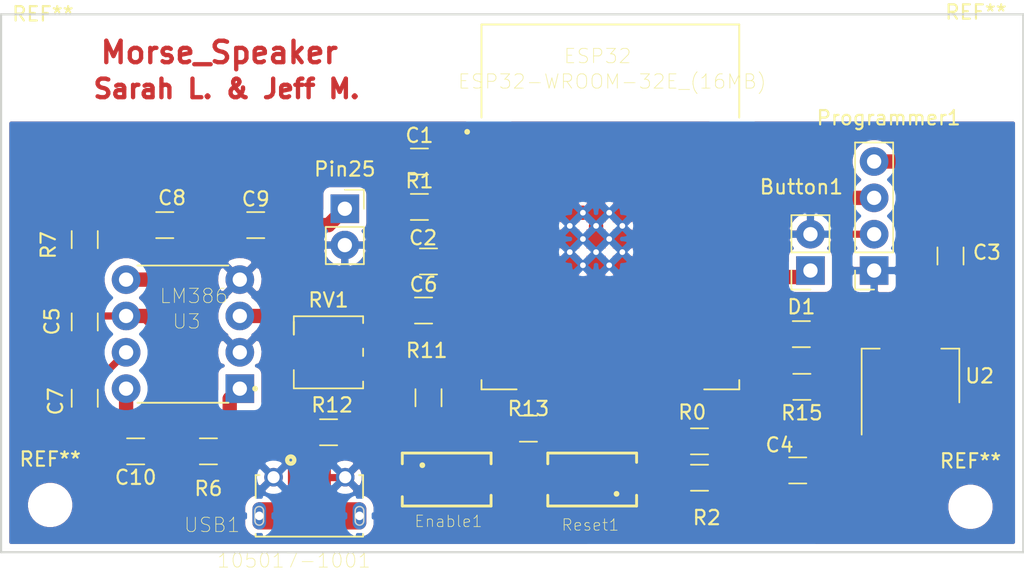
<source format=kicad_pcb>
(kicad_pcb (version 20171130) (host pcbnew "(5.1.5)-3")
  (layers (0 F.Cu signal) (31 B.Cu signal) (34 B.Paste user hide) (35 F.Paste user) (36 B.SilkS user) (37 F.SilkS user) (38 B.Mask user) (39 F.Mask user) (44 Edge.Cuts user))
  (net 0 "")
  (net 1 GND)
  (net 2 Vdd)
  (net 3 "Net-(C2-Pad1)")
  (net 4 "Net-(ESP32-Pad14)")
  (net 5 "Net-(ESP32-Pad13)")
  (net 6 "Net-(ESP32-Pad12)")
  (net 7 "Net-(ESP32-Pad11)")
  (net 8 "Net-(ESP32-Pad9)")
  (net 9 "Net-(ESP32-Pad8)")
  (net 10 "Net-(ESP32-Pad7)")
  (net 11 "Net-(ESP32-Pad6)")
  (net 12 "Net-(ESP32-Pad5)")
  (net 13 "Net-(ESP32-Pad4)")
  (net 14 "Net-(ESP32-Pad25)")
  (net 15 "Net-(ESP32-Pad26)")
  (net 16 "Net-(ESP32-Pad27)")
  (net 17 "Net-(ESP32-Pad29)")
  (net 18 "Net-(ESP32-Pad31)")
  (net 19 "Net-(ESP32-Pad33)")
  (net 20 "Net-(ESP32-Pad34)")
  (net 21 "Net-(ESP32-Pad35)")
  (net 22 "Net-(ESP32-Pad36)")
  (net 23 "Net-(ESP32-Pad37)")
  (net 24 "Net-(ESP32-Pad23)")
  (net 25 "Net-(ESP32-Pad24)")
  (net 26 "Net-(ESP32-Pad17)")
  (net 27 "Net-(ESP32-Pad16)")
  (net 28 "Net-(USB1-Pad3)")
  (net 29 "Net-(USB1-Pad4)")
  (net 30 "Net-(ESP32-Pad32)")
  (net 31 V5)
  (net 32 I|O)
  (net 33 "Net-(C6-Pad1)")
  (net 34 "Net-(C7-Pad1)")
  (net 35 "Net-(C8-Pad2)")
  (net 36 "Net-(C8-Pad1)")
  (net 37 "Net-(C9-Pad2)")
  (net 38 "Net-(C10-Pad2)")
  (net 39 "Net-(C10-Pad1)")
  (net 40 "Net-(R6-Pad1)")
  (net 41 "Net-(RV1-Pad2)")
  (net 42 "Net-(R0-Pad2)")
  (net 43 "Net-(R12-Pad1)")
  (net 44 V5_direct)
  (net 45 "Net-(Button1-Pad1)")
  (net 46 "Net-(Enable1-Pad1)")
  (net 47 "Net-(USB1-Pad2)")
  (net 48 "Net-(D1-Pad2)")
  (net 49 "Net-(D1-Pad1)")
  (module Package_TO_SOT_SMD:SOT-223-3_TabPin2 (layer F.Cu) (at 152.4 93.726 90)
    (fp_text reference U2 (at 0 4.826 180) (layer F.SilkS))
    (fp_text value AMS1117-3.3)
    (fp_line (start 1.91 3.41) (end 1.91 2.15) (layer F.SilkS) (width 0.12))
    (fp_line (start 1.91 -3.41) (end 1.91 -2.15) (layer F.SilkS) (width 0.12))
    (fp_line (start -1.85 3.41) (end 1.91 3.41) (layer F.SilkS) (width 0.12))
    (fp_line (start -4.1 -3.41) (end 1.91 -3.41) (layer F.SilkS) (width 0.12))
    (pad 2 smd rect (at 3.15 0 90) (size 2 3.8) (layers F.Cu F.Paste F.Mask) (net 2 Vdd))
    (pad 2 smd rect (at -3.15 0 90) (size 2 1.5) (layers F.Cu F.Paste F.Mask) (net 2 Vdd))
    (pad 3 smd rect (at -3.15 2.3 90) (size 2 1.5) (layers F.Cu F.Paste F.Mask) (net 31 V5))
    (pad 1 smd rect (at -3.15 -2.3 90) (size 2 1.5) (layers F.Cu F.Paste F.Mask) (net 1 GND))
  )
  (module Potentiometer_SMD:Potentiometer_Bourns_3224G_Horizontal (layer F.Cu) (at 111.76 92.075)
    (fp_text reference RV1 (at 0 -3.65) (layer F.SilkS))
    (fp_text value 10k)
    (fp_line (start -2.42 -2.14) (end -2.42 -1.24) (layer F.SilkS) (width 0.12))
    (fp_line (start -2.42 -2.14) (end -2.42 -1.24) (layer F.SilkS) (width 0.12))
    (fp_line (start -2.42 -2.14) (end -2.42 -2.14) (layer F.SilkS) (width 0.12))
    (fp_line (start 2.42 2.04) (end 2.42 2.52) (layer F.SilkS) (width 0.12))
    (fp_line (start 2.42 -0.26) (end 2.42 0.26) (layer F.SilkS) (width 0.12))
    (fp_line (start 2.42 -2.52) (end 2.42 -2.04) (layer F.SilkS) (width 0.12))
    (fp_line (start -2.42 1.24) (end -2.42 2.52) (layer F.SilkS) (width 0.12))
    (fp_line (start -2.42 -2.52) (end -2.42 -1.24) (layer F.SilkS) (width 0.12))
    (fp_line (start -2.42 2.52) (end 2.42 2.52) (layer F.SilkS) (width 0.12))
    (fp_line (start -2.42 -2.52) (end 2.42 -2.52) (layer F.SilkS) (width 0.12))
    (pad 3 smd rect (at 2.6 1.15) (size 1.3 1.3) (layers F.Cu F.Paste F.Mask) (net 1 GND))
    (pad 2 smd rect (at -2.6 0) (size 1.3 2) (layers F.Cu F.Paste F.Mask) (net 41 "Net-(RV1-Pad2)"))
    (pad 1 smd rect (at 2.6 -1.15) (size 1.3 1.3) (layers F.Cu F.Paste F.Mask) (net 33 "Net-(C6-Pad1)"))
  )
  (module MountingHole:MountingHole_2.1mm (layer F.Cu) (at 92.329 102.743)
    (fp_text reference REF** (at 0 -3.2) (layer F.SilkS))
    (fp_text value MountingHole_2.1mm)
    (pad "" np_thru_hole circle (at 0 0) (size 2.1 2.1) (drill 2.1) (layers *.Cu *.Mask))
  )
  (module MountingHole:MountingHole_2.1mm (layer F.Cu) (at 91.821 71.628)
    (fp_text reference REF** (at 0 -3.2) (layer F.SilkS))
    (fp_text value MountingHole_2.1mm)
    (pad "" np_thru_hole circle (at 0 0) (size 2.1 2.1) (drill 2.1) (layers *.Cu *.Mask))
  )
  (module MountingHole:MountingHole_2.1mm (layer F.Cu) (at 156.972 71.501)
    (fp_text reference REF** (at 0 -3.2) (layer F.SilkS))
    (fp_text value MountingHole_2.1mm)
    (pad "" np_thru_hole circle (at 0 0) (size 2.1 2.1) (drill 2.1) (layers *.Cu *.Mask))
  )
  (module MountingHole:MountingHole_2.1mm (layer F.Cu) (at 156.591 102.87)
    (fp_text reference REF** (at 0 -3.2) (layer F.SilkS))
    (fp_text value MountingHole_2.1mm)
    (pad "" np_thru_hole circle (at 0 0) (size 2.1 2.1) (drill 2.1) (layers *.Cu *.Mask))
  )
  (module Schakelaar_434111043826:434111043826 (layer F.Cu) (at 130.175 100.965 180)
    (fp_text reference Reset1 (at 0.127 -3.175) (layer F.SilkS) (effects (font (size 0.8 0.8) (thickness 0.05))))
    (fp_text value 0 hide)
    (fp_circle (center -1.7 -1) (end -1.6 -1) (layer F.SilkS) (width 0.2))
    (fp_line (start 3.1 1.85) (end 3.1 1.1) (layer F.SilkS) (width 0.2))
    (fp_line (start -3.1 1.85) (end 3.1 1.85) (layer F.SilkS) (width 0.2))
    (fp_line (start -3.1 1.2) (end -3.1 1.85) (layer F.SilkS) (width 0.2))
    (fp_line (start 3.1 -1.85) (end 3.1 -1.1) (layer F.SilkS) (width 0.2))
    (fp_line (start -3.1 -1.85) (end 3.1 -1.85) (layer F.SilkS) (width 0.2))
    (fp_line (start -3.1 -1.1) (end -3.1 -1.85) (layer F.SilkS) (width 0.2))
    (pad 1 smd rect (at -3.35 0 180) (size 2.3 1.5) (layers F.Cu F.Paste F.Mask) (net 14 "Net-(ESP32-Pad25)"))
    (pad 2 smd rect (at 3.35 0 180) (size 2.3 1.5) (layers F.Cu F.Paste F.Mask) (net 1 GND))
  )
  (module "ESP32-WROOM-32E__16MB_:MODULE_ESP32-WROOM-32E_(16MB)" (layer F.Cu) (at 131.445 81.915)
    (fp_text reference ESP32 (at -0.889 -10.541) (layer F.SilkS) (effects (font (thickness 0.05))))
    (fp_text value "ESP32-WROOM-32E_(16MB)" (at 0.127 -8.763) (layer F.SilkS) (effects (font (thickness 0.05))))
    (fp_circle (center -10 -5.25) (end -9.9 -5.25) (layer F.SilkS) (width 0.2))
    (fp_line (start -9 12.1) (end -9 12.75) (layer F.SilkS) (width 0.127))
    (fp_line (start -9 12.75) (end -6.55 12.75) (layer F.SilkS) (width 0.127))
    (fp_line (start 6.55 12.75) (end 9 12.75) (layer F.SilkS) (width 0.127))
    (fp_line (start 9 12.75) (end 9 12.1) (layer F.SilkS) (width 0.127))
    (fp_line (start -9 -6.25) (end -9 -12.75) (layer F.SilkS) (width 0.127))
    (fp_line (start -9 -12.75) (end 9 -12.75) (layer F.SilkS) (width 0.127))
    (fp_line (start 9 -12.75) (end 9 -6.25) (layer F.SilkS) (width 0.127))
    (pad 1 smd rect (at -8.5 -5.26) (size 2 0.9) (layers F.Cu F.Paste F.Mask) (net 1 GND))
    (pad 2 smd rect (at -8.5 -3.99) (size 2 0.9) (layers F.Cu F.Paste F.Mask) (net 2 Vdd))
    (pad 3 smd rect (at -8.5 -2.72) (size 2 0.9) (layers F.Cu F.Paste F.Mask) (net 3 "Net-(C2-Pad1)"))
    (pad 4 smd rect (at -8.5 -1.45) (size 2 0.9) (layers F.Cu F.Paste F.Mask) (net 13 "Net-(ESP32-Pad4)"))
    (pad 5 smd rect (at -8.5 -0.18) (size 2 0.9) (layers F.Cu F.Paste F.Mask) (net 12 "Net-(ESP32-Pad5)"))
    (pad 6 smd rect (at -8.5 1.09) (size 2 0.9) (layers F.Cu F.Paste F.Mask) (net 11 "Net-(ESP32-Pad6)"))
    (pad 7 smd rect (at -8.5 2.36) (size 2 0.9) (layers F.Cu F.Paste F.Mask) (net 10 "Net-(ESP32-Pad7)"))
    (pad 8 smd rect (at -8.5 3.63) (size 2 0.9) (layers F.Cu F.Paste F.Mask) (net 9 "Net-(ESP32-Pad8)"))
    (pad 9 smd rect (at -8.5 4.9) (size 2 0.9) (layers F.Cu F.Paste F.Mask) (net 8 "Net-(ESP32-Pad9)"))
    (pad 10 smd rect (at -8.5 6.17) (size 2 0.9) (layers F.Cu F.Paste F.Mask) (net 32 I|O))
    (pad 11 smd rect (at -8.5 7.44) (size 2 0.9) (layers F.Cu F.Paste F.Mask) (net 7 "Net-(ESP32-Pad11)"))
    (pad 12 smd rect (at -8.5 8.71) (size 2 0.9) (layers F.Cu F.Paste F.Mask) (net 6 "Net-(ESP32-Pad12)"))
    (pad 13 smd rect (at -8.5 9.98) (size 2 0.9) (layers F.Cu F.Paste F.Mask) (net 5 "Net-(ESP32-Pad13)"))
    (pad 14 smd rect (at -8.5 11.25) (size 2 0.9) (layers F.Cu F.Paste F.Mask) (net 4 "Net-(ESP32-Pad14)"))
    (pad 15 smd rect (at -5.715 12.25) (size 0.9 2) (layers F.Cu F.Paste F.Mask) (net 1 GND))
    (pad 16 smd rect (at -4.445 12.25) (size 0.9 2) (layers F.Cu F.Paste F.Mask) (net 27 "Net-(ESP32-Pad16)"))
    (pad 17 smd rect (at -3.175 12.25) (size 0.9 2) (layers F.Cu F.Paste F.Mask) (net 26 "Net-(ESP32-Pad17)"))
    (pad 18 smd rect (at -1.905 12.25) (size 0.9 2) (layers F.Cu F.Paste F.Mask) (net 26 "Net-(ESP32-Pad17)"))
    (pad 19 smd rect (at -0.635 12.25) (size 0.9 2) (layers F.Cu F.Paste F.Mask) (net 26 "Net-(ESP32-Pad17)"))
    (pad 20 smd rect (at 0.635 12.25) (size 0.9 2) (layers F.Cu F.Paste F.Mask) (net 26 "Net-(ESP32-Pad17)"))
    (pad 21 smd rect (at 1.905 12.25) (size 0.9 2) (layers F.Cu F.Paste F.Mask) (net 26 "Net-(ESP32-Pad17)"))
    (pad 22 smd rect (at 3.175 12.25) (size 0.9 2) (layers F.Cu F.Paste F.Mask) (net 26 "Net-(ESP32-Pad17)"))
    (pad 23 smd rect (at 4.445 12.25) (size 0.9 2) (layers F.Cu F.Paste F.Mask) (net 24 "Net-(ESP32-Pad23)"))
    (pad 24 smd rect (at 5.715 12.25) (size 0.9 2) (layers F.Cu F.Paste F.Mask) (net 25 "Net-(ESP32-Pad24)"))
    (pad 25 smd rect (at 8.5 11.25) (size 2 0.9) (layers F.Cu F.Paste F.Mask) (net 14 "Net-(ESP32-Pad25)"))
    (pad 26 smd rect (at 8.5 9.98) (size 2 0.9) (layers F.Cu F.Paste F.Mask) (net 15 "Net-(ESP32-Pad26)"))
    (pad 27 smd rect (at 8.5 8.71) (size 2 0.9) (layers F.Cu F.Paste F.Mask) (net 16 "Net-(ESP32-Pad27)"))
    (pad 28 smd rect (at 8.5 7.44) (size 2 0.9) (layers F.Cu F.Paste F.Mask) (net 48 "Net-(D1-Pad2)"))
    (pad 29 smd rect (at 8.5 6.17) (size 2 0.9) (layers F.Cu F.Paste F.Mask) (net 17 "Net-(ESP32-Pad29)"))
    (pad 30 smd rect (at 8.5 4.9) (size 2 0.9) (layers F.Cu F.Paste F.Mask) (net 45 "Net-(Button1-Pad1)"))
    (pad 31 smd rect (at 8.5 3.63) (size 2 0.9) (layers F.Cu F.Paste F.Mask) (net 18 "Net-(ESP32-Pad31)"))
    (pad 32 smd rect (at 8.5 2.36) (size 2 0.9) (layers F.Cu F.Paste F.Mask) (net 30 "Net-(ESP32-Pad32)"))
    (pad 33 smd rect (at 8.5 1.09) (size 2 0.9) (layers F.Cu F.Paste F.Mask) (net 19 "Net-(ESP32-Pad33)"))
    (pad 34 smd rect (at 8.5 -0.18) (size 2 0.9) (layers F.Cu F.Paste F.Mask) (net 20 "Net-(ESP32-Pad34)"))
    (pad 35 smd rect (at 8.5 -1.45) (size 2 0.9) (layers F.Cu F.Paste F.Mask) (net 21 "Net-(ESP32-Pad35)"))
    (pad 36 smd rect (at 8.5 -2.72) (size 2 0.9) (layers F.Cu F.Paste F.Mask) (net 22 "Net-(ESP32-Pad36)"))
    (pad 37 smd rect (at 8.5 -3.99) (size 2 0.9) (layers F.Cu F.Paste F.Mask) (net 23 "Net-(ESP32-Pad37)"))
    (pad 38 smd rect (at 8.5 -5.26) (size 2 0.9) (layers F.Cu F.Paste F.Mask) (net 1 GND))
    (pad 39_1 smd rect (at -2.835 0.405) (size 1.33 1.33) (layers F.Cu F.Paste) (net 1 GND))
    (pad 39_2 smd rect (at -1 0.405) (size 1.33 1.33) (layers F.Cu F.Paste) (net 1 GND))
    (pad 39_3 smd rect (at 0.835 0.405) (size 1.33 1.33) (layers F.Cu F.Paste) (net 1 GND))
    (pad 39_4 smd rect (at -2.835 2.24) (size 1.33 1.33) (layers F.Cu F.Paste) (net 1 GND))
    (pad 39_5 smd rect (at -1 2.24) (size 1.33 1.33) (layers F.Cu F.Paste) (net 1 GND))
    (pad 39_6 smd rect (at 0.835 2.24) (size 1.33 1.33) (layers F.Cu F.Paste) (net 1 GND))
    (pad 39_7 smd rect (at -2.835 4.075) (size 1.33 1.33) (layers F.Cu F.Paste) (net 1 GND))
    (pad 39_8 smd rect (at -1 4.075) (size 1.33 1.33) (layers F.Cu F.Paste) (net 1 GND))
    (pad 39_9 smd rect (at 0.835 4.075) (size 1.33 1.33) (layers F.Cu F.Paste) (net 1 GND))
    (pad 39_10 thru_hole circle (at -1.9175 0.405) (size 0.5 0.5) (drill 0.4) (layers *.Cu *.Mask) (net 1 GND))
    (pad 39_11 thru_hole circle (at -0.0825 0.405) (size 0.5 0.5) (drill 0.4) (layers *.Cu *.Mask) (net 1 GND))
    (pad 39_12 thru_hole circle (at -2.835 1.3225) (size 0.5 0.5) (drill 0.4) (layers *.Cu *.Mask) (net 1 GND))
    (pad 39_13 thru_hole circle (at -1 1.3225) (size 0.5 0.5) (drill 0.4) (layers *.Cu *.Mask) (net 1 GND))
    (pad 39_14 thru_hole circle (at 0.835 1.3225) (size 0.5 0.5) (drill 0.4) (layers *.Cu *.Mask) (net 1 GND))
    (pad 39_15 thru_hole circle (at -1.9175 2.24) (size 0.5 0.5) (drill 0.4) (layers *.Cu *.Mask) (net 1 GND))
    (pad 39_16 thru_hole circle (at -0.0825 2.24) (size 0.5 0.5) (drill 0.4) (layers *.Cu *.Mask) (net 1 GND))
    (pad 39_17 thru_hole circle (at -2.835 3.1575) (size 0.5 0.5) (drill 0.4) (layers *.Cu *.Mask) (net 1 GND))
    (pad 39_18 thru_hole circle (at -1 3.1575) (size 0.5 0.5) (drill 0.4) (layers *.Cu *.Mask) (net 1 GND))
    (pad 39_19 thru_hole circle (at 0.835 3.1575) (size 0.5 0.5) (drill 0.4) (layers *.Cu *.Mask) (net 1 GND))
    (pad 39_20 thru_hole circle (at -1.9175 4.075) (size 0.5 0.5) (drill 0.4) (layers *.Cu *.Mask) (net 1 GND))
    (pad 39_21 thru_hole circle (at -0.0825 4.075) (size 0.5 0.5) (drill 0.4) (layers *.Cu *.Mask) (net 1 GND))
  )
  (module Connector_PinSocket_2.54mm:PinSocket_1x04_P2.54mm_Vertical (layer F.Cu) (at 149.86 86.36 180)
    (fp_text reference Programmer1 (at -1.016 10.668 180) (layer F.SilkS))
    (fp_text value Conn_01x04_Female)
    (fp_line (start -1.33 1.27) (end 1.33 1.27) (layer F.SilkS) (width 0.12))
    (fp_line (start -1.33 1.27) (end -1.33 8.95) (layer F.SilkS) (width 0.12))
    (fp_line (start -1.33 8.95) (end 1.33 8.95) (layer F.SilkS) (width 0.12))
    (fp_line (start 1.33 1.27) (end 1.33 8.95) (layer F.SilkS) (width 0.12))
    (fp_line (start 1.33 -1.33) (end 1.33 0) (layer F.SilkS) (width 0.12))
    (fp_line (start 0 -1.33) (end 1.33 -1.33) (layer F.SilkS) (width 0.12))
    (pad 1 thru_hole rect (at 0 0 180) (size 2 2) (drill 1) (layers *.Cu *.Mask) (net 1 GND))
    (pad 2 thru_hole oval (at 0 2.54 180) (size 2 2) (drill 1) (layers *.Cu *.Mask) (net 20 "Net-(ESP32-Pad34)"))
    (pad 3 thru_hole oval (at 0 5.08 180) (size 2 2) (drill 1) (layers *.Cu *.Mask) (net 21 "Net-(ESP32-Pad35)"))
    (pad 4 thru_hole oval (at 0 7.62 180) (size 2 2) (drill 1) (layers *.Cu *.Mask) (net 2 Vdd))
  )
  (module Resistor_SMD:R_1206_3216Metric_Pad1.42x1.75mm_HandSolder (layer F.Cu) (at 137.668 98.298)
    (fp_text reference R0 (at -0.508 -2.032) (layer F.SilkS))
    (fp_text value 0)
    (fp_line (start -0.602064 0.91) (end 0.602064 0.91) (layer F.SilkS) (width 0.12))
    (fp_line (start -0.602064 -0.91) (end 0.602064 -0.91) (layer F.SilkS) (width 0.12))
    (pad 2 smd roundrect (at 1.4875 0) (size 1.425 1.75) (layers F.Cu F.Paste F.Mask) (roundrect_rratio 0.175439) (net 42 "Net-(R0-Pad2)"))
    (pad 1 smd roundrect (at -1.4875 0) (size 1.425 1.75) (layers F.Cu F.Paste F.Mask) (roundrect_rratio 0.175439) (net 2 Vdd))
  )
  (module Resistor_SMD:R_1206_3216Metric_Pad1.42x1.75mm_HandSolder (layer F.Cu) (at 125.721 97.409 180)
    (fp_text reference R13 (at 0 1.397) (layer F.SilkS))
    (fp_text value 0)
    (fp_line (start -0.602064 0.91) (end 0.602064 0.91) (layer F.SilkS) (width 0.12))
    (fp_line (start -0.602064 -0.91) (end 0.602064 -0.91) (layer F.SilkS) (width 0.12))
    (pad 2 smd roundrect (at 1.4875 0 180) (size 1.425 1.75) (layers F.Cu F.Paste F.Mask) (roundrect_rratio 0.175439) (net 43 "Net-(R12-Pad1)"))
    (pad 1 smd roundrect (at -1.4875 0 180) (size 1.425 1.75) (layers F.Cu F.Paste F.Mask) (roundrect_rratio 0.175439) (net 31 V5))
  )
  (module Schakelaar_434111043826:434111043826 (layer F.Cu) (at 120.015 100.965)
    (fp_text reference Enable1 (at 0.127 2.921) (layer F.SilkS) (effects (font (size 0.8 0.8) (thickness 0.05))))
    (fp_text value 434111043826)
    (fp_line (start -3.1 -1.1) (end -3.1 -1.85) (layer F.SilkS) (width 0.2))
    (fp_line (start -3.1 -1.85) (end 3.1 -1.85) (layer F.SilkS) (width 0.2))
    (fp_line (start 3.1 -1.85) (end 3.1 -1.1) (layer F.SilkS) (width 0.2))
    (fp_line (start -3.1 1.2) (end -3.1 1.85) (layer F.SilkS) (width 0.2))
    (fp_line (start -3.1 1.85) (end 3.1 1.85) (layer F.SilkS) (width 0.2))
    (fp_line (start 3.1 1.85) (end 3.1 1.1) (layer F.SilkS) (width 0.2))
    (fp_circle (center -1.7 -1) (end -1.6 -1) (layer F.SilkS) (width 0.2))
    (pad 2 smd rect (at 3.35 0) (size 2.3 1.5) (layers F.Cu F.Paste F.Mask) (net 1 GND))
    (pad 1 smd rect (at -3.35 0) (size 2.3 1.5) (layers F.Cu F.Paste F.Mask) (net 46 "Net-(Enable1-Pad1)"))
  )
  (module Connector_PinSocket_2.54mm:PinSocket_1x02_P2.54mm_Vertical (layer F.Cu) (at 145.415 86.36 180)
    (fp_text reference Button1 (at 0.635 5.842) (layer F.SilkS))
    (fp_text value Conn_01x02_Female)
    (fp_line (start -1.33 1.27) (end 1.33 1.27) (layer F.SilkS) (width 0.12))
    (fp_line (start -1.33 1.27) (end -1.33 3.87) (layer F.SilkS) (width 0.12))
    (fp_line (start -1.33 3.87) (end 1.33 3.87) (layer F.SilkS) (width 0.12))
    (fp_line (start 1.33 1.27) (end 1.33 3.87) (layer F.SilkS) (width 0.12))
    (fp_line (start 1.33 -1.33) (end 1.33 0) (layer F.SilkS) (width 0.12))
    (fp_line (start 0 -1.33) (end 1.33 -1.33) (layer F.SilkS) (width 0.12))
    (pad 1 thru_hole rect (at 0 0 180) (size 2 2) (drill 1) (layers *.Cu *.Mask) (net 45 "Net-(Button1-Pad1)"))
    (pad 2 thru_hole oval (at 0 2.54 180) (size 2 2) (drill 1) (layers *.Cu *.Mask) (net 1 GND))
  )
  (module Capacitor_SMD:C_1206_3216Metric_Pad1.42x1.75mm_HandSolder (layer F.Cu) (at 94.742 95.2865 270)
    (fp_text reference C7 (at 0.2175 2.032 90) (layer F.SilkS))
    (fp_text value 10uF)
    (fp_line (start -0.602064 0.91) (end 0.602064 0.91) (layer F.SilkS) (width 0.12))
    (fp_line (start -0.602064 -0.91) (end 0.602064 -0.91) (layer F.SilkS) (width 0.12))
    (pad 2 smd roundrect (at 1.4875 0 270) (size 1.425 1.75) (layers F.Cu F.Paste F.Mask) (roundrect_rratio 0.175439) (net 1 GND))
    (pad 1 smd roundrect (at -1.4875 0 270) (size 1.425 1.75) (layers F.Cu F.Paste F.Mask) (roundrect_rratio 0.175439) (net 34 "Net-(C7-Pad1)"))
  )
  (module LM386N-4_NOPB:DIP794W45P254L959H508Q8 (layer F.Cu) (at 101.6 90.805 180)
    (fp_text reference U3 (at -0.254 0.889 180) (layer F.SilkS) (effects (font (thickness 0.05))))
    (fp_text value LM386 (at -0.762 2.667 180) (layer F.SilkS) (effects (font (thickness 0.05))))
    (fp_circle (center -5.035 -3.81) (end -4.935 -3.81) (layer F.SilkS) (width 0.2))
    (fp_line (start -3.175 -4.795) (end 3.175 -4.795) (layer F.SilkS) (width 0.127))
    (fp_line (start -3.175 4.795) (end 3.175 4.795) (layer F.SilkS) (width 0.127))
    (pad 1 thru_hole rect (at -3.97 -3.81 180) (size 2 2) (drill 1) (layers *.Cu *.Mask) (net 40 "Net-(R6-Pad1)"))
    (pad 2 thru_hole circle (at -3.97 -1.27 180) (size 2 2) (drill 1) (layers *.Cu *.Mask) (net 1 GND))
    (pad 3 thru_hole circle (at -3.97 1.27 180) (size 2 2) (drill 1) (layers *.Cu *.Mask) (net 41 "Net-(RV1-Pad2)"))
    (pad 4 thru_hole circle (at -3.97 3.81 180) (size 2 2) (drill 1) (layers *.Cu *.Mask) (net 1 GND))
    (pad 5 thru_hole circle (at 3.97 3.81 180) (size 2 2) (drill 1) (layers *.Cu *.Mask) (net 36 "Net-(C8-Pad1)"))
    (pad 6 thru_hole circle (at 3.97 1.27 180) (size 2 2) (drill 1) (layers *.Cu *.Mask) (net 44 V5_direct))
    (pad 7 thru_hole circle (at 3.97 -1.27 180) (size 2 2) (drill 1) (layers *.Cu *.Mask) (net 34 "Net-(C7-Pad1)"))
    (pad 8 thru_hole circle (at 3.97 -3.81 180) (size 2 2) (drill 1) (layers *.Cu *.Mask) (net 38 "Net-(C10-Pad2)"))
  )
  (module MicroUSB_105017-1001:MOLEX_105017-1001 (layer F.Cu) (at 110.4265 103.505)
    (fp_text reference USB1 (at -6.7945 0.635) (layer F.SilkS) (effects (font (size 1.00091 1.00091) (thickness 0.05))))
    (fp_text value 105017-1001 (at -1.0769 3.12053) (layer F.SilkS) (effects (font (size 1.00178 1.00178) (thickness 0.05))))
    (fp_arc (start -3.5 -0.35) (end -3.2 -0.35) (angle -180) (layer Edge.Cuts) (width 0.1))
    (fp_line (start -3.2 -0.35) (end -3.2 0.35) (layer Edge.Cuts) (width 0.1))
    (fp_arc (start -3.5 0.35) (end -3.8 0.35) (angle -180) (layer Edge.Cuts) (width 0.1))
    (fp_line (start -3.8 0.35) (end -3.8 -0.35) (layer Edge.Cuts) (width 0.1))
    (fp_arc (start 3.5 -0.35) (end 3.8 -0.35) (angle -180) (layer Edge.Cuts) (width 0.1))
    (fp_line (start 3.8 -0.35) (end 3.8 0.35) (layer Edge.Cuts) (width 0.1))
    (fp_line (start 3.2 0.35) (end 3.2 -0.35) (layer Edge.Cuts) (width 0.1))
    (fp_arc (start 3.5 0.35) (end 3.2 0.35) (angle -180) (layer Edge.Cuts) (width 0.1))
    (fp_line (start -3.75 -1.27) (end -3.75 -2.85) (layer F.SilkS) (width 0.127))
    (fp_line (start -3.75 -2.85) (end -3.479 -2.85) (layer F.SilkS) (width 0.127))
    (fp_line (start 3.75 -1.27) (end 3.75 -2.85) (layer F.SilkS) (width 0.127))
    (fp_line (start 3.75 -2.85) (end 3.479 -2.85) (layer F.SilkS) (width 0.127))
    (fp_poly (pts (xy -3.5 -0.95) (xy -2.3 -0.95) (xy -2.3 0.95) (xy -3.5 0.95) (xy -3.52486 0.949349) (xy -3.54965 0.947398) (xy -3.57431 0.944152) (xy -3.59876 0.93962) (xy -3.62294 0.933815) (xy -3.64678 0.926752) (xy -3.67022 0.918451) (xy -3.6932 0.908934) (xy -3.71565 0.898228) (xy -3.7375 0.886362) (xy -3.7587 0.873369) (xy -3.7792 0.859283) (xy -3.79893 0.844144) (xy -3.81784 0.827994) (xy -3.83588 0.810876) (xy -3.85299 0.792837) (xy -3.86914 0.773927) (xy -3.88428 0.754198) (xy -3.89837 0.733704) (xy -3.91136 0.7125) (xy -3.92323 0.690645) (xy -3.93393 0.6682) (xy -3.94345 0.645225) (xy -3.95175 0.621783) (xy -3.95881 0.597939) (xy -3.96462 0.573758) (xy -3.96915 0.549306) (xy -3.9724 0.524651) (xy -3.97435 0.49986) (xy -3.975 0.475) (xy -3.975 -0.475) (xy -3.97435 -0.49986) (xy -3.9724 -0.524651) (xy -3.96915 -0.549306) (xy -3.96462 -0.573758) (xy -3.95881 -0.597939) (xy -3.95175 -0.621783) (xy -3.94345 -0.645225) (xy -3.93393 -0.6682) (xy -3.92323 -0.690645) (xy -3.91136 -0.7125) (xy -3.89837 -0.733704) (xy -3.88428 -0.754198) (xy -3.86914 -0.773927) (xy -3.85299 -0.792837) (xy -3.83588 -0.810876) (xy -3.81784 -0.827994) (xy -3.79893 -0.844144) (xy -3.7792 -0.859283) (xy -3.7587 -0.873369) (xy -3.7375 -0.886362) (xy -3.71565 -0.898228) (xy -3.6932 -0.908934) (xy -3.67022 -0.918451) (xy -3.64678 -0.926752) (xy -3.62294 -0.933815) (xy -3.59876 -0.93962) (xy -3.57431 -0.944152) (xy -3.54965 -0.947398) (xy -3.52486 -0.949349)) (layer F.Cu) (width 0.0001))
    (fp_poly (pts (xy 3.5 -0.95) (xy 2.3 -0.95) (xy 2.3 0.95) (xy 3.5 0.95) (xy 3.52486 0.949349) (xy 3.54965 0.947398) (xy 3.57431 0.944152) (xy 3.59876 0.93962) (xy 3.62294 0.933815) (xy 3.64678 0.926752) (xy 3.67022 0.918451) (xy 3.6932 0.908934) (xy 3.71565 0.898228) (xy 3.7375 0.886362) (xy 3.7587 0.873369) (xy 3.7792 0.859283) (xy 3.79893 0.844144) (xy 3.81784 0.827994) (xy 3.83588 0.810876) (xy 3.85299 0.792837) (xy 3.86914 0.773927) (xy 3.88428 0.754198) (xy 3.89837 0.733704) (xy 3.91136 0.7125) (xy 3.92323 0.690645) (xy 3.93393 0.6682) (xy 3.94345 0.645225) (xy 3.95175 0.621783) (xy 3.95881 0.597939) (xy 3.96462 0.573758) (xy 3.96915 0.549306) (xy 3.9724 0.524651) (xy 3.97435 0.49986) (xy 3.975 0.475) (xy 3.975 -0.475) (xy 3.97435 -0.49986) (xy 3.9724 -0.524651) (xy 3.96915 -0.549306) (xy 3.96462 -0.573758) (xy 3.95881 -0.597939) (xy 3.95175 -0.621783) (xy 3.94345 -0.645225) (xy 3.93393 -0.6682) (xy 3.92323 -0.690645) (xy 3.91136 -0.7125) (xy 3.89837 -0.733704) (xy 3.88428 -0.754198) (xy 3.86914 -0.773927) (xy 3.85299 -0.792837) (xy 3.83588 -0.810876) (xy 3.81784 -0.827994) (xy 3.79893 -0.844144) (xy 3.7792 -0.859283) (xy 3.7587 -0.873369) (xy 3.7375 -0.886362) (xy 3.71565 -0.898228) (xy 3.6932 -0.908934) (xy 3.67022 -0.918451) (xy 3.64678 -0.926752) (xy 3.62294 -0.933815) (xy 3.59876 -0.93962) (xy 3.57431 -0.944152) (xy 3.54965 -0.947398) (xy 3.52486 -0.949349)) (layer F.Cu) (width 0.0001))
    (fp_circle (center -1.3 -3.9) (end -1.2 -3.9) (layer F.SilkS) (width 0.3))
    (fp_line (start -3.75 1.27) (end -3.75 1.45) (layer F.SilkS) (width 0.127))
    (fp_line (start -3.75 1.45) (end 3.75 1.45) (layer F.SilkS) (width 0.127))
    (fp_line (start 3.75 1.45) (end 3.75 1.27) (layer F.SilkS) (width 0.127))
    (pad S1 thru_hole oval (at -3.5 0 90) (size 1.9 0.95) (drill 0.6) (layers *.Cu B.Mask) (net 1 GND))
    (pad S2 thru_hole oval (at 3.5 0 90) (size 1.9 0.95) (drill 0.6) (layers *.Cu *.Mask) (net 1 GND))
    (pad S5 smd rect (at -1 0) (size 1.5 1.9) (layers F.Cu F.Paste F.Mask) (net 1 GND))
    (pad S6 smd rect (at 1 0) (size 1.5 1.9) (layers F.Cu F.Paste F.Mask) (net 1 GND))
    (pad S3 thru_hole circle (at -2.5 -2.7) (size 1.3 1.3) (drill 0.85) (layers *.Cu *.Mask B.Adhes) (net 1 GND))
    (pad S4 thru_hole circle (at 2.5 -2.7) (size 1.3 1.3) (drill 0.85) (layers *.Cu *.Mask) (net 1 GND))
    (pad 1 smd rect (at -1.3 -2.675) (size 0.4 1.35) (layers F.Cu F.Paste F.Mask) (net 44 V5_direct))
    (pad 2 smd rect (at -0.65 -2.675) (size 0.4 1.35) (layers F.Cu F.Paste F.Mask) (net 47 "Net-(USB1-Pad2)"))
    (pad 3 smd rect (at 0 -2.675) (size 0.4 1.35) (layers F.Cu F.Paste F.Mask) (net 28 "Net-(USB1-Pad3)"))
    (pad 4 smd rect (at 0.65 -2.675) (size 0.4 1.35) (layers F.Cu F.Paste F.Mask) (net 29 "Net-(USB1-Pad4)"))
    (pad 5 smd rect (at 1.3 -2.675) (size 0.4 1.35) (layers F.Cu F.Paste F.Mask) (net 1 GND))
  )
  (module Connector_PinSocket_2.54mm:PinSocket_1x02_P2.54mm_Vertical (layer F.Cu) (at 112.903 82.042)
    (fp_text reference Pin25 (at 0 -2.77) (layer F.SilkS))
    (fp_text value Conn_01x02_Female)
    (fp_line (start -1.33 1.27) (end 1.33 1.27) (layer F.SilkS) (width 0.12))
    (fp_line (start -1.33 1.27) (end -1.33 3.87) (layer F.SilkS) (width 0.12))
    (fp_line (start -1.33 3.87) (end 1.33 3.87) (layer F.SilkS) (width 0.12))
    (fp_line (start 1.33 1.27) (end 1.33 3.87) (layer F.SilkS) (width 0.12))
    (fp_line (start 1.33 -1.33) (end 1.33 0) (layer F.SilkS) (width 0.12))
    (fp_line (start 0 -1.33) (end 1.33 -1.33) (layer F.SilkS) (width 0.12))
    (pad 1 thru_hole rect (at 0 0) (size 2 2) (drill 1) (layers *.Cu *.Mask) (net 37 "Net-(C9-Pad2)"))
    (pad 2 thru_hole oval (at 0 2.54) (size 2 2) (drill 1) (layers *.Cu *.Mask) (net 1 GND))
  )
  (module Capacitor_SMD:C_1206_3216Metric_Pad1.42x1.75mm_HandSolder (layer F.Cu) (at 118.11 78.74)
    (fp_text reference C1 (at 0 -1.82) (layer F.SilkS))
    (fp_text value 100n)
    (fp_line (start -0.602064 -0.91) (end 0.602064 -0.91) (layer F.SilkS) (width 0.12))
    (fp_line (start -0.602064 0.91) (end 0.602064 0.91) (layer F.SilkS) (width 0.12))
    (pad 1 smd roundrect (at -1.4875 0) (size 1.425 1.75) (layers F.Cu F.Paste F.Mask) (roundrect_rratio 0.175439) (net 1 GND))
    (pad 2 smd roundrect (at 1.4875 0) (size 1.425 1.75) (layers F.Cu F.Paste F.Mask) (roundrect_rratio 0.175439) (net 2 Vdd))
  )
  (module Capacitor_SMD:C_1206_3216Metric_Pad1.42x1.75mm_HandSolder (layer F.Cu) (at 118.745 85.725 180)
    (fp_text reference C2 (at 0.381 1.651) (layer F.SilkS))
    (fp_text value 100n)
    (fp_line (start -0.602064 -0.91) (end 0.602064 -0.91) (layer F.SilkS) (width 0.12))
    (fp_line (start -0.602064 0.91) (end 0.602064 0.91) (layer F.SilkS) (width 0.12))
    (pad 1 smd roundrect (at -1.4875 0 180) (size 1.425 1.75) (layers F.Cu F.Paste F.Mask) (roundrect_rratio 0.175439) (net 3 "Net-(C2-Pad1)"))
    (pad 2 smd roundrect (at 1.4875 0 180) (size 1.425 1.75) (layers F.Cu F.Paste F.Mask) (roundrect_rratio 0.175439) (net 1 GND))
  )
  (module Capacitor_SMD:C_1206_3216Metric_Pad1.42x1.75mm_HandSolder (layer F.Cu) (at 155.194 85.344 90)
    (fp_text reference C3 (at 0.254 2.54) (layer F.SilkS))
    (fp_text value 10u)
    (fp_line (start -0.602064 -0.91) (end 0.602064 -0.91) (layer F.SilkS) (width 0.12))
    (fp_line (start -0.602064 0.91) (end 0.602064 0.91) (layer F.SilkS) (width 0.12))
    (pad 1 smd roundrect (at -1.4875 0 90) (size 1.425 1.75) (layers F.Cu F.Paste F.Mask) (roundrect_rratio 0.175439) (net 2 Vdd))
    (pad 2 smd roundrect (at 1.4875 0 90) (size 1.425 1.75) (layers F.Cu F.Paste F.Mask) (roundrect_rratio 0.175439) (net 1 GND))
  )
  (module Capacitor_SMD:C_1206_3216Metric_Pad1.42x1.75mm_HandSolder (layer F.Cu) (at 144.526 100.33 180)
    (fp_text reference C4 (at 1.27 1.778) (layer F.SilkS))
    (fp_text value 100u)
    (fp_line (start -0.602064 -0.91) (end 0.602064 -0.91) (layer F.SilkS) (width 0.12))
    (fp_line (start -0.602064 0.91) (end 0.602064 0.91) (layer F.SilkS) (width 0.12))
    (pad 1 smd roundrect (at -1.4875 0 180) (size 1.425 1.75) (layers F.Cu F.Paste F.Mask) (roundrect_rratio 0.175439) (net 31 V5))
    (pad 2 smd roundrect (at 1.4875 0 180) (size 1.425 1.75) (layers F.Cu F.Paste F.Mask) (roundrect_rratio 0.175439) (net 1 GND))
  )
  (module Capacitor_SMD:C_1206_3216Metric_Pad1.42x1.75mm_HandSolder (layer F.Cu) (at 94.742 89.9525 270)
    (fp_text reference C5 (at -0.0365 2.286 90) (layer F.SilkS))
    (fp_text value 0.1uF)
    (fp_line (start -0.602064 0.91) (end 0.602064 0.91) (layer F.SilkS) (width 0.12))
    (fp_line (start -0.602064 -0.91) (end 0.602064 -0.91) (layer F.SilkS) (width 0.12))
    (pad 2 smd roundrect (at 1.4875 0 270) (size 1.425 1.75) (layers F.Cu F.Paste F.Mask) (roundrect_rratio 0.175439) (net 1 GND))
    (pad 1 smd roundrect (at -1.4875 0 270) (size 1.425 1.75) (layers F.Cu F.Paste F.Mask) (roundrect_rratio 0.175439) (net 44 V5_direct))
  )
  (module Capacitor_SMD:C_1206_3216Metric_Pad1.42x1.75mm_HandSolder (layer F.Cu) (at 118.4005 89.154)
    (fp_text reference C6 (at 0 -1.82) (layer F.SilkS))
    (fp_text value 10uF)
    (fp_line (start -0.602064 -0.91) (end 0.602064 -0.91) (layer F.SilkS) (width 0.12))
    (fp_line (start -0.602064 0.91) (end 0.602064 0.91) (layer F.SilkS) (width 0.12))
    (pad 1 smd roundrect (at -1.4875 0) (size 1.425 1.75) (layers F.Cu F.Paste F.Mask) (roundrect_rratio 0.175439) (net 33 "Net-(C6-Pad1)"))
    (pad 2 smd roundrect (at 1.4875 0) (size 1.425 1.75) (layers F.Cu F.Paste F.Mask) (roundrect_rratio 0.175439) (net 32 I|O))
  )
  (module Capacitor_SMD:C_1206_3216Metric_Pad1.42x1.75mm_HandSolder (layer F.Cu) (at 100.33 83.185 180)
    (fp_text reference C8 (at -0.508 1.905) (layer F.SilkS))
    (fp_text value 0.1uF)
    (fp_line (start -0.602064 0.91) (end 0.602064 0.91) (layer F.SilkS) (width 0.12))
    (fp_line (start -0.602064 -0.91) (end 0.602064 -0.91) (layer F.SilkS) (width 0.12))
    (pad 2 smd roundrect (at 1.4875 0 180) (size 1.425 1.75) (layers F.Cu F.Paste F.Mask) (roundrect_rratio 0.175439) (net 35 "Net-(C8-Pad2)"))
    (pad 1 smd roundrect (at -1.4875 0 180) (size 1.425 1.75) (layers F.Cu F.Paste F.Mask) (roundrect_rratio 0.175439) (net 36 "Net-(C8-Pad1)"))
  )
  (module Capacitor_SMD:C_1206_3216Metric_Pad1.42x1.75mm_HandSolder (layer F.Cu) (at 106.68 83.185)
    (fp_text reference C9 (at 0 -1.82) (layer F.SilkS))
    (fp_text value 220uF)
    (fp_line (start -0.602064 0.91) (end 0.602064 0.91) (layer F.SilkS) (width 0.12))
    (fp_line (start -0.602064 -0.91) (end 0.602064 -0.91) (layer F.SilkS) (width 0.12))
    (pad 2 smd roundrect (at 1.4875 0) (size 1.425 1.75) (layers F.Cu F.Paste F.Mask) (roundrect_rratio 0.175439) (net 37 "Net-(C9-Pad2)"))
    (pad 1 smd roundrect (at -1.4875 0) (size 1.425 1.75) (layers F.Cu F.Paste F.Mask) (roundrect_rratio 0.175439) (net 36 "Net-(C8-Pad1)"))
  )
  (module Capacitor_SMD:C_1206_3216Metric_Pad1.42x1.75mm_HandSolder (layer F.Cu) (at 98.298 98.9965 180)
    (fp_text reference C10 (at 0 -1.82) (layer F.SilkS))
    (fp_text value 10uF)
    (fp_line (start -0.602064 0.91) (end 0.602064 0.91) (layer F.SilkS) (width 0.12))
    (fp_line (start -0.602064 -0.91) (end 0.602064 -0.91) (layer F.SilkS) (width 0.12))
    (pad 2 smd roundrect (at 1.4875 0 180) (size 1.425 1.75) (layers F.Cu F.Paste F.Mask) (roundrect_rratio 0.175439) (net 38 "Net-(C10-Pad2)"))
    (pad 1 smd roundrect (at -1.4875 0 180) (size 1.425 1.75) (layers F.Cu F.Paste F.Mask) (roundrect_rratio 0.175439) (net 39 "Net-(C10-Pad1)"))
  )
  (module Resistor_SMD:R_1206_3216Metric_Pad1.42x1.75mm_HandSolder (layer F.Cu) (at 118.11 81.915)
    (fp_text reference R1 (at 0 -1.82) (layer F.SilkS))
    (fp_text value 10k)
    (fp_line (start -0.602064 -0.91) (end 0.602064 -0.91) (layer F.SilkS) (width 0.12))
    (fp_line (start -0.602064 0.91) (end 0.602064 0.91) (layer F.SilkS) (width 0.12))
    (pad 1 smd roundrect (at -1.4875 0) (size 1.425 1.75) (layers F.Cu F.Paste F.Mask) (roundrect_rratio 0.175439) (net 2 Vdd))
    (pad 2 smd roundrect (at 1.4875 0) (size 1.425 1.75) (layers F.Cu F.Paste F.Mask) (roundrect_rratio 0.175439) (net 3 "Net-(C2-Pad1)"))
  )
  (module Resistor_SMD:R_1206_3216Metric_Pad1.42x1.75mm_HandSolder (layer F.Cu) (at 137.668 100.838 180)
    (fp_text reference R2 (at -0.508 -2.794) (layer F.SilkS))
    (fp_text value 10k)
    (fp_line (start -0.602064 -0.91) (end 0.602064 -0.91) (layer F.SilkS) (width 0.12))
    (fp_line (start -0.602064 0.91) (end 0.602064 0.91) (layer F.SilkS) (width 0.12))
    (pad 1 smd roundrect (at -1.4875 0 180) (size 1.425 1.75) (layers F.Cu F.Paste F.Mask) (roundrect_rratio 0.175439) (net 42 "Net-(R0-Pad2)"))
    (pad 2 smd roundrect (at 1.4875 0 180) (size 1.425 1.75) (layers F.Cu F.Paste F.Mask) (roundrect_rratio 0.175439) (net 14 "Net-(ESP32-Pad25)"))
  )
  (module Resistor_SMD:R_1206_3216Metric_Pad1.42x1.75mm_HandSolder (layer F.Cu) (at 103.378 98.9965 180)
    (fp_text reference R6 (at 0 -2.6035) (layer F.SilkS))
    (fp_text value 1.2k)
    (fp_line (start -0.602064 0.91) (end 0.602064 0.91) (layer F.SilkS) (width 0.12))
    (fp_line (start -0.602064 -0.91) (end 0.602064 -0.91) (layer F.SilkS) (width 0.12))
    (pad 2 smd roundrect (at 1.4875 0 180) (size 1.425 1.75) (layers F.Cu F.Paste F.Mask) (roundrect_rratio 0.175439) (net 39 "Net-(C10-Pad1)"))
    (pad 1 smd roundrect (at -1.4875 0 180) (size 1.425 1.75) (layers F.Cu F.Paste F.Mask) (roundrect_rratio 0.175439) (net 40 "Net-(R6-Pad1)"))
  )
  (module Resistor_SMD:R_1206_3216Metric_Pad1.42x1.75mm_HandSolder (layer F.Cu) (at 94.742 84.201 270)
    (fp_text reference R7 (at 0.381 2.54 90) (layer F.SilkS))
    (fp_text value 10)
    (fp_line (start -0.602064 -0.91) (end 0.602064 -0.91) (layer F.SilkS) (width 0.12))
    (fp_line (start -0.602064 0.91) (end 0.602064 0.91) (layer F.SilkS) (width 0.12))
    (pad 1 smd roundrect (at -1.4875 0 270) (size 1.425 1.75) (layers F.Cu F.Paste F.Mask) (roundrect_rratio 0.175439) (net 35 "Net-(C8-Pad2)"))
    (pad 2 smd roundrect (at 1.4875 0 270) (size 1.425 1.75) (layers F.Cu F.Paste F.Mask) (roundrect_rratio 0.175439) (net 1 GND))
  )
  (module Resistor_SMD:R_1206_3216Metric_Pad1.42x1.75mm_HandSolder (layer F.Cu) (at 118.745 95.25 270)
    (fp_text reference R11 (at -3.302 0.127 180) (layer F.SilkS))
    (fp_text value 0)
    (fp_line (start -0.602064 0.91) (end 0.602064 0.91) (layer F.SilkS) (width 0.12))
    (fp_line (start -0.602064 -0.91) (end 0.602064 -0.91) (layer F.SilkS) (width 0.12))
    (pad 2 smd roundrect (at 1.4875 0 270) (size 1.425 1.75) (layers F.Cu F.Paste F.Mask) (roundrect_rratio 0.175439) (net 46 "Net-(Enable1-Pad1)"))
    (pad 1 smd roundrect (at -1.4875 0 270) (size 1.425 1.75) (layers F.Cu F.Paste F.Mask) (roundrect_rratio 0.175439) (net 3 "Net-(C2-Pad1)"))
  )
  (module Resistor_SMD:R_1206_3216Metric_Pad1.42x1.75mm_HandSolder (layer F.Cu) (at 111.769 97.663 180)
    (fp_text reference R12 (at -0.245 1.905) (layer F.SilkS))
    (fp_text value 0)
    (fp_line (start -0.602064 -0.91) (end 0.602064 -0.91) (layer F.SilkS) (width 0.12))
    (fp_line (start -0.602064 0.91) (end 0.602064 0.91) (layer F.SilkS) (width 0.12))
    (pad 1 smd roundrect (at -1.4875 0 180) (size 1.425 1.75) (layers F.Cu F.Paste F.Mask) (roundrect_rratio 0.175439) (net 43 "Net-(R12-Pad1)"))
    (pad 2 smd roundrect (at 1.4875 0 180) (size 1.425 1.75) (layers F.Cu F.Paste F.Mask) (roundrect_rratio 0.175439) (net 44 V5_direct))
  )
  (module Resistor_SMD:R_1206_3216Metric_Pad1.42x1.75mm_HandSolder (layer F.Cu) (at 144.78 90.805 180)
    (fp_text reference D1 (at 0 1.905) (layer F.SilkS))
    (fp_text value LED)
    (fp_line (start -0.602064 0.91) (end 0.602064 0.91) (layer F.SilkS) (width 0.12))
    (fp_line (start -0.602064 -0.91) (end 0.602064 -0.91) (layer F.SilkS) (width 0.12))
    (pad 2 smd roundrect (at 1.4875 0 180) (size 1.425 1.75) (layers F.Cu F.Paste F.Mask) (roundrect_rratio 0.175439) (net 48 "Net-(D1-Pad2)"))
    (pad 1 smd roundrect (at -1.4875 0 180) (size 1.425 1.75) (layers F.Cu F.Paste F.Mask) (roundrect_rratio 0.175439) (net 49 "Net-(D1-Pad1)"))
  )
  (module Resistor_SMD:R_1206_3216Metric_Pad1.42x1.75mm_HandSolder (layer F.Cu) (at 144.8165 94.488 180)
    (fp_text reference R15 (at 0 -1.82) (layer F.SilkS))
    (fp_text value 2.7k)
    (fp_line (start -0.602064 -0.91) (end 0.602064 -0.91) (layer F.SilkS) (width 0.12))
    (fp_line (start -0.602064 0.91) (end 0.602064 0.91) (layer F.SilkS) (width 0.12))
    (pad 1 smd roundrect (at -1.4875 0 180) (size 1.425 1.75) (layers F.Cu F.Paste F.Mask) (roundrect_rratio 0.175439) (net 1 GND))
    (pad 2 smd roundrect (at 1.4875 0 180) (size 1.425 1.75) (layers F.Cu F.Paste F.Mask) (roundrect_rratio 0.175439) (net 49 "Net-(D1-Pad1)"))
  )
  (gr_text "Sarah L. & Jeff M.\n" (at 104.648 73.66) (layer F.Cu) (effects (font (size 1.3 1.3) (thickness 0.3))))
  (gr_text 1 (at 107.315 97.155 180) (layer F.Cu) (effects (font (size 1 1) (thickness 0.25))))
  (gr_text "Morse_Speaker\n" (at 104.14 71.12) (layer F.Cu) (effects (font (size 1.5 1.5) (thickness 0.3))))
  (gr_line (start 88.9 106.045) (end 88.9 68.453) (layer Edge.Cuts) (width 0.15))
  (gr_line (start 160.274 106.045) (end 88.9 106.045) (layer Edge.Cuts) (width 0.15))
  (gr_line (start 160.274 68.453) (end 160.274 106.045) (layer Edge.Cuts) (width 0.15))
  (gr_line (start 88.9 68.453) (end 160.274 68.453) (layer Edge.Cuts) (width 0.15))
  (segment (start 130.445 83.2375) (end 130.445 84.155) (width 1) (layer F.Cu) (net 1))
  (segment (start 129.5275 82.32) (end 128.61 82.32) (width 1) (layer F.Cu) (net 1))
  (segment (start 112.9015 100.83) (end 112.9265 100.805) (width 0.5) (layer F.Cu) (net 1))
  (segment (start 111.7265 100.83) (end 112.9015 100.83) (width 0.5) (layer F.Cu) (net 1))
  (segment (start 137.287 82.7405) (end 137.287 91.567) (width 1) (layer F.Cu) (net 2))
  (segment (start 120.4125 77.925) (end 122.945 77.925) (width 0.5) (layer F.Cu) (net 2))
  (segment (start 119.5975 78.74) (end 120.4125 77.925) (width 0.5) (layer F.Cu) (net 2))
  (segment (start 137.287 91.567) (end 138.303 92.583) (width 0.5) (layer F.Cu) (net 2))
  (segment (start 138.303 95.3005) (end 138.303 92.583) (width 0.5) (layer F.Cu) (net 2))
  (segment (start 136.135 97.79) (end 135.56 97.79) (width 0.25) (layer F.Cu) (net 2))
  (segment (start 136.1805 97.423) (end 138.303 95.3005) (width 0.5) (layer F.Cu) (net 2))
  (segment (start 122.945 77.925) (end 133.17 77.925) (width 1) (layer F.Cu) (net 2))
  (segment (start 137.287 82.042) (end 137.287 82.7405) (width 1) (layer F.Cu) (net 2))
  (segment (start 133.17 77.925) (end 137.287 82.042) (width 1) (layer F.Cu) (net 2))
  (segment (start 151.765 78.74) (end 149.86 78.74) (width 1) (layer F.Cu) (net 2))
  (segment (start 152.4 79.375) (end 151.765 78.74) (width 1) (layer F.Cu) (net 2))
  (segment (start 117.475 81.915) (end 116.6225 81.915) (width 0.5) (layer F.Cu) (net 2))
  (segment (start 118.11 81.28) (end 117.475 81.915) (width 0.5) (layer F.Cu) (net 2))
  (segment (start 119.5975 78.74) (end 118.885 78.74) (width 0.5) (layer F.Cu) (net 2))
  (segment (start 118.11 79.515) (end 118.11 81.28) (width 0.5) (layer F.Cu) (net 2))
  (segment (start 118.885 78.74) (end 118.11 79.515) (width 0.5) (layer F.Cu) (net 2))
  (segment (start 136.1805 98.298) (end 131.572 98.298) (width 1) (layer F.Cu) (net 2))
  (segment (start 131.572 98.298) (end 130.81 99.06) (width 1) (layer F.Cu) (net 2))
  (segment (start 130.81 101.918002) (end 131.761998 102.87) (width 1) (layer F.Cu) (net 2))
  (segment (start 130.81 99.06) (end 130.81 101.918002) (width 1) (layer F.Cu) (net 2))
  (segment (start 131.761998 102.87) (end 142.875 102.87) (width 1) (layer F.Cu) (net 2))
  (segment (start 142.875 102.87) (end 143.51 102.87) (width 1) (layer F.Cu) (net 2))
  (segment (start 151.97 98.806) (end 152.4 98.376) (width 0.5) (layer F.Cu) (net 2))
  (segment (start 147.32 98.806) (end 151.97 98.806) (width 0.5) (layer F.Cu) (net 2))
  (segment (start 143.51 102.87) (end 144.526 101.854) (width 0.5) (layer F.Cu) (net 2))
  (segment (start 144.526 101.854) (end 144.526 98.806) (width 0.5) (layer F.Cu) (net 2))
  (segment (start 145.034 98.298) (end 146.812 98.298) (width 0.5) (layer F.Cu) (net 2))
  (segment (start 144.526 98.806) (end 145.034 98.298) (width 0.5) (layer F.Cu) (net 2))
  (segment (start 152.4 98.376) (end 152.4 96.876) (width 0.5) (layer F.Cu) (net 2))
  (segment (start 146.812 98.298) (end 147.32 98.806) (width 0.5) (layer F.Cu) (net 2))
  (segment (start 154.092 88.646) (end 152.4 88.646) (width 1) (layer F.Cu) (net 2))
  (segment (start 155.194 86.8315) (end 155.194 87.544) (width 1) (layer F.Cu) (net 2))
  (segment (start 152.4 79.375) (end 152.4 88.646) (width 1) (layer F.Cu) (net 2))
  (segment (start 155.194 87.544) (end 154.092 88.646) (width 1) (layer F.Cu) (net 2))
  (segment (start 152.4 88.646) (end 152.4 90.576) (width 1) (layer F.Cu) (net 2))
  (segment (start 152.4 96.876) (end 152.4 90.576) (width 1) (layer F.Cu) (net 2))
  (segment (start 119.135 81.915) (end 119.71 81.915) (width 0.5) (layer F.Cu) (net 3))
  (segment (start 122.945 79.195) (end 124.445 79.195) (width 1) (layer F.Cu) (net 3))
  (segment (start 124.445 79.195) (end 125.095 79.845) (width 1) (layer F.Cu) (net 3))
  (segment (start 125.095 79.845) (end 125.095 92.329) (width 1) (layer F.Cu) (net 3))
  (segment (start 120.2325 82.55) (end 119.5975 81.915) (width 1) (layer F.Cu) (net 3))
  (segment (start 120.2325 85.725) (end 120.2325 82.55) (width 1) (layer F.Cu) (net 3))
  (segment (start 121.445 79.195) (end 122.945 79.195) (width 0.5) (layer F.Cu) (net 3))
  (segment (start 120.65 81.575) (end 120.65 79.99) (width 0.5) (layer F.Cu) (net 3))
  (segment (start 120.65 79.99) (end 121.445 79.195) (width 0.5) (layer F.Cu) (net 3))
  (segment (start 120.31 81.915) (end 120.65 81.575) (width 0.5) (layer F.Cu) (net 3))
  (segment (start 119.5975 81.915) (end 120.31 81.915) (width 0.5) (layer F.Cu) (net 3))
  (segment (start 120.0695 93.7625) (end 118.745 93.7625) (width 0.5) (layer F.Cu) (net 3))
  (segment (start 124.587 92.837) (end 124.587 94.488) (width 0.5) (layer F.Cu) (net 3))
  (segment (start 125.095 92.329) (end 124.587 92.837) (width 0.5) (layer F.Cu) (net 3))
  (segment (start 124.587 94.488) (end 124.46 94.615) (width 0.5) (layer F.Cu) (net 3))
  (segment (start 124.46 94.615) (end 120.922 94.615) (width 0.5) (layer F.Cu) (net 3))
  (segment (start 120.922 94.615) (end 120.0695 93.7625) (width 0.5) (layer F.Cu) (net 3))
  (segment (start 136.893 100.838) (end 137.668 100.063) (width 0.5) (layer F.Cu) (net 14))
  (segment (start 136.1805 100.838) (end 136.893 100.838) (width 0.5) (layer F.Cu) (net 14))
  (segment (start 137.668 100.063) (end 137.668 97.282) (width 0.5) (layer F.Cu) (net 14))
  (segment (start 137.668 97.282) (end 138.684 96.266) (width 0.5) (layer F.Cu) (net 14))
  (segment (start 138.684 96.266) (end 139.7 96.266) (width 0.5) (layer F.Cu) (net 14))
  (segment (start 139.945 96.021) (end 139.945 93.165) (width 0.5) (layer F.Cu) (net 14))
  (segment (start 139.7 96.266) (end 139.945 96.021) (width 0.5) (layer F.Cu) (net 14))
  (segment (start 136.0535 100.965) (end 136.1805 100.838) (width 1) (layer F.Cu) (net 14))
  (segment (start 133.525 100.965) (end 136.0535 100.965) (width 1) (layer F.Cu) (net 14))
  (segment (start 147.955 83.82) (end 149.86 83.82) (width 0.5) (layer F.Cu) (net 20))
  (segment (start 145.87 81.735) (end 147.955 83.82) (width 0.5) (layer F.Cu) (net 20))
  (segment (start 139.945 81.735) (end 145.87 81.735) (width 0.5) (layer F.Cu) (net 20))
  (segment (start 141.445 80.465) (end 142.027 79.883) (width 0.5) (layer F.Cu) (net 21))
  (segment (start 139.945 80.465) (end 141.445 80.465) (width 0.5) (layer F.Cu) (net 21))
  (segment (start 142.027 79.883) (end 145.923 79.883) (width 1) (layer F.Cu) (net 21))
  (segment (start 145.923 79.883) (end 147.32 81.28) (width 1) (layer F.Cu) (net 21))
  (segment (start 147.32 81.28) (end 149.86 81.28) (width 1) (layer F.Cu) (net 21))
  (segment (start 128.27 94.165) (end 134.62 94.165) (width 1) (layer F.Cu) (net 26))
  (segment (start 146.0135 103.5415) (end 146.0135 100.33) (width 1) (layer F.Cu) (net 31))
  (segment (start 144.78 104.775) (end 146.0135 103.5415) (width 1) (layer F.Cu) (net 31))
  (segment (start 128.397 97.409) (end 129.159 98.171) (width 1) (layer F.Cu) (net 31))
  (segment (start 127.2085 97.409) (end 128.397 97.409) (width 1) (layer F.Cu) (net 31))
  (segment (start 129.159 103.124) (end 130.81 104.775) (width 1) (layer F.Cu) (net 31))
  (segment (start 129.159 98.171) (end 129.159 103.124) (width 1) (layer F.Cu) (net 31))
  (segment (start 130.81 104.775) (end 144.78 104.775) (width 1) (layer F.Cu) (net 31))
  (segment (start 154.7 99.046) (end 154.7 96.876) (width 1) (layer F.Cu) (net 31))
  (segment (start 146.0135 100.33) (end 153.416 100.33) (width 1) (layer F.Cu) (net 31))
  (segment (start 153.416 100.33) (end 154.7 99.046) (width 1) (layer F.Cu) (net 31))
  (segment (start 120.957 88.085) (end 122.945 88.085) (width 1) (layer F.Cu) (net 32))
  (segment (start 119.888 89.154) (end 120.957 88.085) (width 1) (layer F.Cu) (net 32))
  (segment (start 114.36 90.11) (end 114.36 90.925) (width 1) (layer F.Cu) (net 33))
  (segment (start 116.913 89.154) (end 115.316 89.154) (width 1) (layer F.Cu) (net 33))
  (segment (start 115.316 89.154) (end 114.36 90.11) (width 1) (layer F.Cu) (net 33))
  (segment (start 95.906 93.799) (end 97.63 92.075) (width 0.5) (layer F.Cu) (net 34))
  (segment (start 94.742 93.799) (end 95.906 93.799) (width 0.5) (layer F.Cu) (net 34))
  (segment (start 98.4525 82.795) (end 98.8425 83.185) (width 0.5) (layer F.Cu) (net 35))
  (segment (start 98.371 82.7135) (end 98.8425 83.185) (width 1) (layer F.Cu) (net 35))
  (segment (start 94.742 82.7135) (end 98.371 82.7135) (width 1) (layer F.Cu) (net 35))
  (segment (start 97.63 86.995) (end 99.695 86.995) (width 1) (layer F.Cu) (net 36))
  (segment (start 101.8175 84.8725) (end 101.8175 83.185) (width 1) (layer F.Cu) (net 36))
  (segment (start 99.695 86.995) (end 101.8175 84.8725) (width 1) (layer F.Cu) (net 36))
  (segment (start 101.8175 83.185) (end 105.1925 83.185) (width 1) (layer F.Cu) (net 36))
  (segment (start 111.76 83.185) (end 112.903 82.042) (width 1) (layer F.Cu) (net 37))
  (segment (start 108.1675 83.185) (end 111.76 83.185) (width 1) (layer F.Cu) (net 37))
  (segment (start 97.63 98.177) (end 96.8105 98.9965) (width 1) (layer F.Cu) (net 38))
  (segment (start 97.63 94.615) (end 97.63 98.177) (width 1) (layer F.Cu) (net 38))
  (segment (start 99.7855 98.9965) (end 101.8905 98.9965) (width 1) (layer F.Cu) (net 39))
  (segment (start 104.8655 95.3195) (end 105.57 94.615) (width 1) (layer F.Cu) (net 40))
  (segment (start 104.8655 98.9965) (end 104.8655 95.3195) (width 1) (layer F.Cu) (net 40))
  (segment (start 109.16 90.745) (end 109.16 92.075) (width 1) (layer F.Cu) (net 41))
  (segment (start 105.57 89.535) (end 107.95 89.535) (width 1) (layer F.Cu) (net 41))
  (segment (start 107.95 89.535) (end 109.16 90.745) (width 1) (layer F.Cu) (net 41))
  (segment (start 139.1555 98.298) (end 139.1555 100.838) (width 0.5) (layer F.Cu) (net 42))
  (segment (start 120.142 95.25) (end 122.301 97.409) (width 0.5) (layer F.Cu) (net 43))
  (segment (start 115.782 95.25) (end 120.142 95.25) (width 0.5) (layer F.Cu) (net 43))
  (segment (start 122.301 97.409) (end 124.2335 97.409) (width 0.5) (layer F.Cu) (net 43))
  (segment (start 112.794 97.663) (end 113.369 97.663) (width 0.5) (layer F.Cu) (net 43))
  (segment (start 113.369 97.663) (end 115.782 95.25) (width 0.5) (layer F.Cu) (net 43))
  (segment (start 95.644 89.535) (end 97.63 89.535) (width 0.5) (layer F.Cu) (net 44))
  (segment (start 109.1265 99.905) (end 108.2815 99.06) (width 0.5) (layer F.Cu) (net 44))
  (segment (start 109.1265 100.83) (end 109.1265 99.905) (width 0.25) (layer F.Cu) (net 44))
  (segment (start 108.2815 99.06) (end 106.68 99.06) (width 0.5) (layer F.Cu) (net 44))
  (segment (start 106.426 99.314) (end 106.68 99.06) (width 0.5) (layer F.Cu) (net 44))
  (segment (start 100.838 96.774) (end 102.87 96.774) (width 0.5) (layer F.Cu) (net 44))
  (segment (start 103.886 100.838) (end 106.172 100.838) (width 0.5) (layer F.Cu) (net 44))
  (segment (start 106.172 100.838) (end 106.426 100.584) (width 0.5) (layer F.Cu) (net 44))
  (segment (start 100.33 90.805) (end 100.33 96.266) (width 1) (layer F.Cu) (net 44))
  (segment (start 97.63 89.535) (end 99.06 89.535) (width 1) (layer F.Cu) (net 44))
  (segment (start 100.33 96.266) (end 100.838 96.774) (width 0.5) (layer F.Cu) (net 44))
  (segment (start 99.06 89.535) (end 100.33 90.805) (width 1) (layer F.Cu) (net 44))
  (segment (start 102.87 96.774) (end 103.378 97.282) (width 0.5) (layer F.Cu) (net 44))
  (segment (start 103.378 97.282) (end 103.378 100.33) (width 0.5) (layer F.Cu) (net 44))
  (segment (start 106.426 100.584) (end 106.426 99.314) (width 0.5) (layer F.Cu) (net 44))
  (segment (start 103.378 100.33) (end 103.886 100.838) (width 0.5) (layer F.Cu) (net 44))
  (segment (start 108.2815 99.06) (end 108.2815 98.7285) (width 0.5) (layer F.Cu) (net 44))
  (segment (start 109.347 97.663) (end 110.2815 97.663) (width 0.5) (layer F.Cu) (net 44))
  (segment (start 108.2815 98.7285) (end 109.347 97.663) (width 0.5) (layer F.Cu) (net 44))
  (segment (start 95.0995 89.535) (end 95.644 89.535) (width 0.5) (layer F.Cu) (net 44))
  (segment (start 94.742 89.1775) (end 95.0995 89.535) (width 0.5) (layer F.Cu) (net 44))
  (segment (start 94.742 88.465) (end 94.742 89.1775) (width 0.5) (layer F.Cu) (net 44))
  (segment (start 144.96 86.815) (end 145.415 86.36) (width 1) (layer F.Cu) (net 45))
  (segment (start 139.945 86.815) (end 144.96 86.815) (width 1) (layer F.Cu) (net 45))
  (segment (start 118.745 96.7375) (end 118.745 100.203) (width 1) (layer F.Cu) (net 46))
  (segment (start 117.983 100.965) (end 116.665 100.965) (width 1) (layer F.Cu) (net 46))
  (segment (start 118.745 100.203) (end 117.983 100.965) (width 1) (layer F.Cu) (net 46))
  (segment (start 141.8425 89.355) (end 143.2925 90.805) (width 1) (layer F.Cu) (net 48))
  (segment (start 139.945 89.355) (end 141.8425 89.355) (width 1) (layer F.Cu) (net 48))
  (segment (start 146.2675 91.68) (end 145.4915 92.456) (width 0.5) (layer F.Cu) (net 49))
  (segment (start 146.2675 90.805) (end 146.2675 91.68) (width 0.5) (layer F.Cu) (net 49))
  (segment (start 145.4915 92.456) (end 144.018 92.456) (width 0.5) (layer F.Cu) (net 49))
  (segment (start 143.329 93.145) (end 143.329 94.488) (width 0.5) (layer F.Cu) (net 49))
  (segment (start 144.018 92.456) (end 143.329 93.145) (width 0.5) (layer F.Cu) (net 49))
  (zone (net 1) (net_name GND) (layer B.Cu) (connect_pads (clearance 0.5)) (min_thickness 0.254) (fill yes (arc_segments 32) (thermal_gap 0.508) (thermal_bridge_width 0.508))
    (polygon (pts (xy 160.147 106.045) (xy 88.9 106.045) (xy 88.9 75.946) (xy 160.147 75.946)))
  )
  (zone (net 1) (net_name GND) (layer F.Cu) (connect_pads (clearance 0.5)) (min_thickness 0.254) (fill yes (arc_segments 32) (thermal_gap 0.508) (thermal_bridge_width 0.508))
    (polygon (pts (xy 160.274 105.918) (xy 88.9 105.918) (xy 88.9 75.946) (xy 160.274 75.946)))
  )
)
</source>
